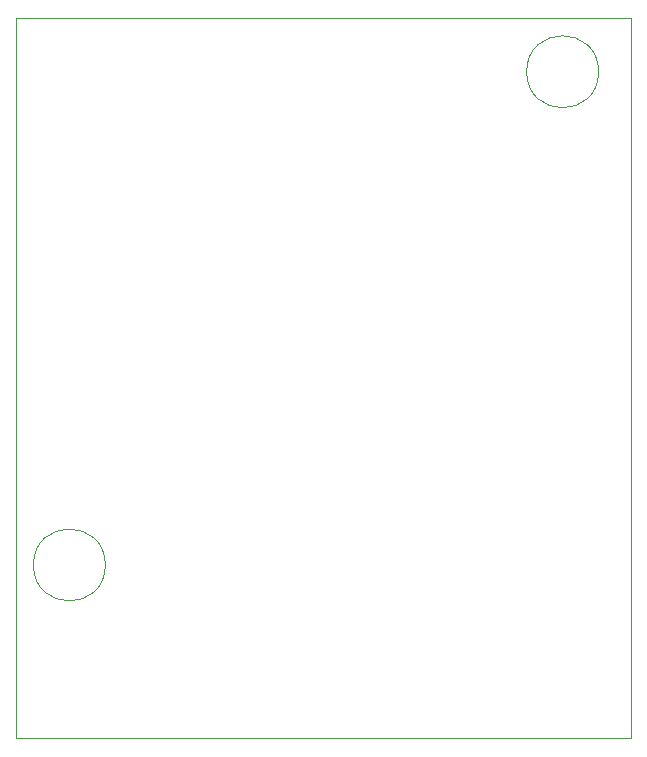
<source format=gbr>
%TF.GenerationSoftware,KiCad,Pcbnew,7.0.7+dfsg-1*%
%TF.CreationDate,2024-03-25T16:35:43+01:00*%
%TF.ProjectId,bitaxeUltra-asic,62697461-7865-4556-9c74-72612d617369,rev?*%
%TF.SameCoordinates,Original*%
%TF.FileFunction,Profile,NP*%
%FSLAX46Y46*%
G04 Gerber Fmt 4.6, Leading zero omitted, Abs format (unit mm)*
G04 Created by KiCad (PCBNEW 7.0.7+dfsg-1) date 2024-03-25 16:35:43*
%MOMM*%
%LPD*%
G01*
G04 APERTURE LIST*
%TA.AperFunction,Profile*%
%ADD10C,0.100000*%
%TD*%
%TA.AperFunction,Profile*%
%ADD11C,0.050000*%
%TD*%
G04 APERTURE END LIST*
D10*
X110490000Y-113030000D02*
X162560000Y-113030000D01*
X110490000Y-52070000D02*
X110490000Y-113030000D01*
X162560000Y-52070000D02*
X162560000Y-113030000D01*
X110490000Y-52070000D02*
X162560000Y-52070000D01*
D11*
%TO.C,H1*%
X159818000Y-56590000D02*
G75*
G03*
X159818000Y-56590000I-3048000J0D01*
G01*
X118058000Y-98350000D02*
G75*
G03*
X118058000Y-98350000I-3048000J0D01*
G01*
%TD*%
M02*

</source>
